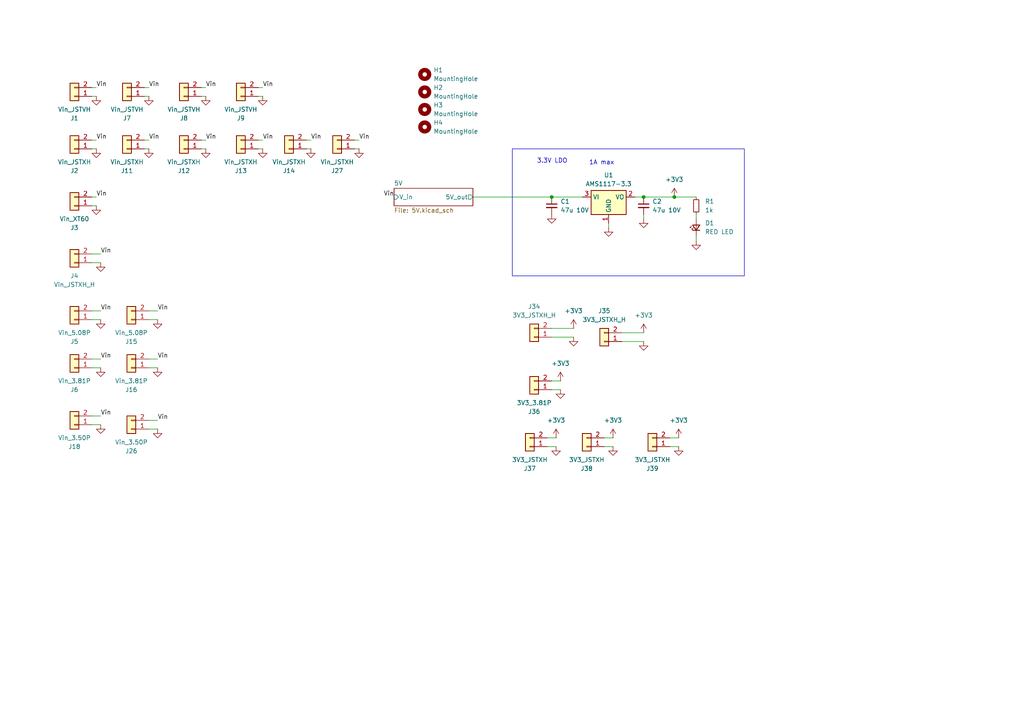
<source format=kicad_sch>
(kicad_sch (version 20231120) (generator "eeschema") (generator_version "8.0")
  (paper "A4")
  (title_block (title "PWRboard1") (date "2025-05-04") (rev "1.0") (company "NTURacing Team") (comment 1 "Jack Kuo"))
  (lib_symbols
    (symbol "Connector_Generic:Conn_01x02" (pin_names (offset 1.016) hide)
      (property "Reference" "J" (at 0 2.54 0))
      (property "Value" "Conn_01x02" (at 0 -5.08 0))
      (symbol "Conn_01x02_1_1"
        (rectangle (start -1.27 -2.413) (end 0 -2.667) (stroke (width 0.1524)))
        (rectangle (start -1.27 0.127) (end 0 -0.127) (stroke (width 0.1524)))
        (rectangle (start -1.27 1.27) (end 1.27 -3.81) (stroke (width 0.254)) (fill (type background)))
        (pin passive line (at -5.08 0 0) (length 3.81) (name "Pin_1") (number "1"))
        (pin passive line (at -5.08 -2.54 0) (length 3.81) (name "Pin_2") (number "2"))
      )
    )
    (symbol "Device:C_Small" (pin_numbers hide) (pin_names (offset 0.254) hide)
      (property "Reference" "C" (at 0.254 1.778 0))
      (property "Value" "C_Small" (at 0.254 -2.032 0))
      (symbol "C_Small_0_1"
        (polyline (pts (xy -1.524 -0.508) (xy 1.524 -0.508)) (stroke (width 0.3302)))
        (polyline (pts (xy -1.524 0.508) (xy 1.524 0.508)) (stroke (width 0.3048)))
      )
      (symbol "C_Small_1_1"
        (pin passive line (at 0 2.54 270) (length 2.032) (name "~") (number "1"))
        (pin passive line (at 0 -2.54 90) (length 2.032) (name "~") (number "2"))
      )
    )
    (symbol "Device:LED_Small" (pin_numbers hide) (pin_names (offset 0.254) hide)
      (property "Reference" "D" (at -1.27 3.175 0))
      (property "Value" "LED_Small" (at -4.445 -2.54 0))
      (symbol "LED_Small_0_1"
        (polyline (pts (xy -0.762 -1.016) (xy -0.762 1.016)) (stroke (width 0.254)))
        (polyline (pts (xy 1.016 0) (xy -0.762 0)))
        (polyline (pts (xy 0.762 -1.016) (xy -0.762 0) (xy 0.762 1.016) (xy 0.762 -1.016)) (stroke (width 0.254)))
        (polyline (pts (xy 0 0.762) (xy -0.508 1.27) (xy -0.254 1.27) (xy -0.508 1.27) (xy -0.508 1.016)))
        (polyline (pts (xy 0.508 1.27) (xy 0 1.778) (xy 0.254 1.778) (xy 0 1.778) (xy 0 1.524)))
      )
      (symbol "LED_Small_1_1"
        (pin passive line (at -2.54 0 0) (length 1.778) (name "K") (number "1"))
        (pin passive line (at 2.54 0 180) (length 1.778) (name "A") (number "2"))
      )
    )
    (symbol "Device:R_Small" (pin_numbers hide) (pin_names (offset 0.254) hide)
      (property "Reference" "R" (at 0.762 0.508 0))
      (property "Value" "R_Small" (at 0.762 -1.016 0))
      (symbol "R_Small_0_1"
        (rectangle (start -0.762 1.778) (end 0.762 -1.778) (stroke (width 0.2032)))
      )
      (symbol "R_Small_1_1"
        (pin passive line (at 0 2.54 270) (length 0.762) (name "~") (number "1"))
        (pin passive line (at 0 -2.54 90) (length 0.762) (name "~") (number "2"))
      )
    )
    (symbol "Mechanical:MountingHole" (pin_names (offset 1.016)) (exclude_from_sim yes) (in_bom no)
      (property "Reference" "H" (at 0 5.08 0))
      (property "Value" "MountingHole" (at 0 3.175 0))
      (symbol "MountingHole_0_1"
        (circle (center 0 0) (radius 1.27) (stroke (width 1.27)))
      )
    )
    (symbol "Regulator_Linear:AMS1117-3.3"
      (property "Reference" "U" (at -3.81 3.175 0))
      (property "Value" "AMS1117-3.3" (at 0 3.175 0))
      (symbol "AMS1117-3.3_0_1"
        (rectangle (start -5.08 -5.08) (end 5.08 1.905) (stroke (width 0.254)) (fill (type background)))
      )
      (symbol "AMS1117-3.3_1_1"
        (pin power_in line (at 0 -7.62 90) (length 2.54) (name "GND") (number "1"))
        (pin power_out line (at 7.62 0 180) (length 2.54) (name "VO") (number "2"))
        (pin power_in line (at -7.62 0 0) (length 2.54) (name "VI") (number "3"))
      )
    )
    (symbol "power:+3V3" (power) (pin_numbers hide) (pin_names (offset 0) hide)
      (property "Value" "+3V3" (at 0 3.556 0))
      (symbol "+3V3_0_1"
        (polyline (pts (xy -0.762 1.27) (xy 0 2.54)))
        (polyline (pts (xy 0 0) (xy 0 2.54)))
        (polyline (pts (xy 0 2.54) (xy 0.762 1.27)))
      )
      (symbol "+3V3_1_1"
        (pin power_in line (at 0 0 90) (length 0) (name "~") (number "1"))
      )
    )
    (symbol "power:GND" (power) (pin_numbers hide) (pin_names (offset 0) hide)
      (property "Value" "GND" (at 0 -3.81 0))
      (symbol "GND_0_1"
        (polyline (pts (xy 0 0) (xy 0 -1.27) (xy 1.27 -1.27) (xy 0 -2.54) (xy -1.27 -1.27) (xy 0 -1.27)))
      )
      (symbol "GND_1_1"
        (pin power_in line (at 0 0 270) (length 0) (name "~") (number "1"))
      )
    )
  )
  (junction (at 160.02 57.15))
  (junction (at 195.58 57.15))
  (junction (at 186.69 57.15))
  (wire (pts (xy 176.53 66.04) (xy 176.53 64.77)))
  (wire (pts (xy 177.8 129.54) (xy 175.26 129.54)))
  (wire (pts (xy 161.29 127) (xy 158.75 127)))
  (wire (pts (xy 196.85 129.54) (xy 194.31 129.54)))
  (wire (pts (xy 195.58 57.15) (xy 201.93 57.15)))
  (wire (pts (xy 184.15 57.15) (xy 186.69 57.15)))
  (wire (pts (xy 74.93 40.64) (xy 76.2 40.64)))
  (wire (pts (xy 162.56 110.49) (xy 160.02 110.49)))
  (wire (pts (xy 88.9 40.64) (xy 90.17 40.64)))
  (wire (pts (xy 45.72 90.17) (xy 43.18 90.17)))
  (wire (pts (xy 160.02 57.15) (xy 168.91 57.15)))
  (wire (pts (xy 29.21 104.14) (xy 26.67 104.14)))
  (wire (pts (xy 102.87 43.18) (xy 104.14 43.18)))
  (wire (pts (xy 29.21 106.68) (xy 26.67 106.68)))
  (wire (pts (xy 186.69 96.52) (xy 180.34 96.52)))
  (wire (pts (xy 88.9 43.18) (xy 90.17 43.18)))
  (wire (pts (xy 196.85 127) (xy 194.31 127)))
  (wire (pts (xy 177.8 127) (xy 175.26 127)))
  (wire (pts (xy 166.37 95.25) (xy 160.02 95.25)))
  (wire (pts (xy 186.69 63.5) (xy 186.69 62.23)))
  (wire (pts (xy 29.21 120.65) (xy 26.67 120.65)))
  (wire (pts (xy 102.87 40.64) (xy 104.14 40.64)))
  (wire (pts (xy 186.69 99.06) (xy 180.34 99.06)))
  (wire (pts (xy 26.67 43.18) (xy 27.94 43.18)))
  (wire (pts (xy 58.42 27.94) (xy 59.69 27.94)))
  (wire (pts (xy 29.21 76.2) (xy 26.67 76.2)))
  (wire (pts (xy 58.42 40.64) (xy 59.69 40.64)))
  (wire (pts (xy 41.91 40.64) (xy 43.18 40.64)))
  (wire (pts (xy 45.72 106.68) (xy 43.18 106.68)))
  (wire (pts (xy 26.67 40.64) (xy 27.94 40.64)))
  (wire (pts (xy 29.21 92.71) (xy 26.67 92.71)))
  (wire (pts (xy 45.72 92.71) (xy 43.18 92.71)))
  (wire (pts (xy 45.72 124.46) (xy 43.18 124.46)))
  (wire (pts (xy 166.37 97.79) (xy 160.02 97.79)))
  (wire (pts (xy 45.72 104.14) (xy 43.18 104.14)))
  (wire (pts (xy 45.72 121.92) (xy 43.18 121.92)))
  (wire (pts (xy 29.21 123.19) (xy 26.67 123.19)))
  (wire (pts (xy 26.67 59.69) (xy 27.94 59.69)))
  (wire (pts (xy 29.21 73.66) (xy 26.67 73.66)))
  (wire (pts (xy 26.67 57.15) (xy 27.94 57.15)))
  (wire (pts (xy 29.21 90.17) (xy 26.67 90.17)))
  (wire (pts (xy 41.91 25.4) (xy 43.18 25.4)))
  (wire (pts (xy 137.16 57.15) (xy 160.02 57.15)))
  (wire (pts (xy 58.42 25.4) (xy 59.69 25.4)))
  (wire (pts (xy 201.93 69.85) (xy 201.93 68.58)))
  (wire (pts (xy 162.56 113.03) (xy 160.02 113.03)))
  (wire (pts (xy 41.91 43.18) (xy 43.18 43.18)))
  (wire (pts (xy 26.67 27.94) (xy 27.94 27.94)))
  (wire (pts (xy 26.67 25.4) (xy 27.94 25.4)))
  (wire (pts (xy 186.69 57.15) (xy 195.58 57.15)))
  (wire (pts (xy 201.93 62.23) (xy 201.93 63.5)))
  (wire (pts (xy 74.93 25.4) (xy 76.2 25.4)))
  (wire (pts (xy 58.42 43.18) (xy 59.69 43.18)))
  (wire (pts (xy 161.29 129.54) (xy 158.75 129.54)))
  (wire (pts (xy 41.91 27.94) (xy 43.18 27.94)))
  (wire (pts (xy 74.93 43.18) (xy 76.2 43.18)))
  (wire (pts (xy 74.93 27.94) (xy 76.2 27.94)))
  (rectangle (start 148.59 43.18) (end 215.9 80.01))
  (text "1A max" (at 174.498 47.244 0) (effects (font (size 1.27 1.27))))
  (text "3.3V LDO" (at 155.702 47.498 0) (effects (font (size 1.27 1.27)) (justify left bottom)))
  (label "Vin" (at 45.72 104.14 0))
  (label "Vin" (at 27.94 40.64 0))
  (label "Vin" (at 29.21 120.65 0))
  (label "Vin" (at 104.14 40.64 0))
  (label "Vin" (at 43.18 25.4 0))
  (label "Vin" (at 45.72 90.17 0))
  (label "Vin" (at 29.21 73.66 0))
  (label "Vin" (at 45.72 121.92 0))
  (label "Vin" (at 59.69 40.64 0))
  (label "Vin" (at 27.94 57.15 0))
  (label "Vin" (at 90.17 40.64 0))
  (label "Vin" (at 76.2 25.4 0))
  (label "Vin" (at 114.3 57.15 180))
  (label "Vin" (at 59.69 25.4 0))
  (label "Vin" (at 29.21 90.17 0))
  (label "Vin" (at 27.94 25.4 0))
  (label "Vin" (at 76.2 40.64 0))
  (label "Vin" (at 29.21 104.14 0))
  (label "Vin" (at 43.18 40.64 0))
  (symbol (lib_id "power:GND") (at 176.53 66.04 0) (unit 1)
    (property "Reference" "#PWR029" (effects (hide yes)))
    (property "Value" "GND" (effects (hide yes)))
    (property "Description" "Power symbol creates a global label with name \"GND\" , ground" (effects (hide yes)))
  )
  (symbol (lib_id "Connector_Generic:Conn_01x02") (at 170.18 129.54 180) (unit 1)
    (property "Reference" "J38" (at 170.18 135.89 0))
    (property "Value" "3V3_JSTXH" (at 170.18 133.35 0))
    (property "Footprint" "Connector_JST:JST_XH_B2B-XH-A_1x02_P2.50mm_Vertical" (effects (hide yes)))
    (property "Description" "Generic connector, single row, 01x02, script generated (kicad-library-utils/schlib/autogen/connector/)" (effects (hide yes)))
  )
  (symbol (lib_id "power:GND") (at 90.17 43.18 0) (unit 1)
    (property "Reference" "#PWR014" (effects (hide yes)))
    (property "Value" "GND" (effects (hide yes)))
    (property "Description" "Power symbol creates a global label with name \"GND\" , ground" (effects (hide yes)))
  )
  (symbol (lib_id "Device:C_Small") (at 160.02 59.69 0) (unit 1)
    (property "Reference" "C1" (at 162.56 58.42 0) (effects (justify left)))
    (property "Value" "47u 10V" (at 162.56 60.96 0) (effects (justify left)))
    (property "Footprint" "Capacitor_SMD:C_1206_3216Metric" (effects (hide yes)))
    (property "Description" "Unpolarized capacitor, small symbol" (effects (hide yes)))
  )
  (symbol (lib_id "Device:R_Small") (at 201.93 59.69 0) (unit 1)
    (property "Reference" "R1" (at 204.47 58.42 0) (effects (justify left)))
    (property "Value" "1k" (at 204.47 60.96 0) (effects (justify left)))
    (property "Footprint" "Resistor_SMD:R_0402_1005Metric" (effects (hide yes)))
    (property "Description" "Resistor, small symbol" (effects (hide yes)))
  )
  (symbol (lib_id "power:GND") (at 27.94 59.69 0) (unit 1)
    (property "Reference" "#PWR03" (effects (hide yes)))
    (property "Value" "GND" (effects (hide yes)))
    (property "Description" "Power symbol creates a global label with name \"GND\" , ground" (effects (hide yes)))
  )
  (symbol (lib_id "Connector_Generic:Conn_01x02") (at 21.59 76.2 180) (unit 1)
    (property "Reference" "J4" (at 21.59 80.01 0))
    (property "Value" "Vin_JSTXH_H" (at 21.59 82.55 0))
    (property "Footprint" "Connector_JST:JST_XH_S2B-XH-A_1x02_P2.50mm_Horizontal" (effects (hide yes)))
    (property "Description" "Generic connector, single row, 01x02, script generated (kicad-library-utils/schlib/autogen/connector/)" (effects (hide yes)))
  )
  (symbol (lib_id "Connector_Generic:Conn_01x02") (at 36.83 43.18 180) (unit 1)
    (property "Reference" "J11" (at 36.83 49.53 0))
    (property "Value" "Vin_JSTXH" (at 36.83 46.99 0))
    (property "Footprint" "Connector_JST:JST_XH_B2B-XH-A_1x02_P2.50mm_Vertical" (effects (hide yes)))
    (property "Description" "Generic connector, single row, 01x02, script generated (kicad-library-utils/schlib/autogen/connector/)" (effects (hide yes)))
  )
  (symbol (lib_id "Mechanical:MountingHole") (at 123.19 21.59 0) (unit 1) (exclude_from_sim yes) (in_bom no)
    (property "Reference" "H1" (at 125.73 20.32 0) (effects (justify left)))
    (property "Value" "MountingHole" (at 125.73 22.86 0) (effects (justify left)))
    (property "Footprint" "MountingHole:MountingHole_3.2mm_M3" (effects (hide yes)))
    (property "Description" "Mounting Hole without connection" (effects (hide yes)))
  )
  (symbol (lib_id "Mechanical:MountingHole") (at 123.19 31.75 0) (unit 1) (exclude_from_sim yes) (in_bom no)
    (property "Reference" "H3" (at 125.73 30.48 0) (effects (justify left)))
    (property "Value" "MountingHole" (at 125.73 33.02 0) (effects (justify left)))
    (property "Footprint" "MountingHole:MountingHole_3.2mm_M3" (effects (hide yes)))
    (property "Description" "Mounting Hole without connection" (effects (hide yes)))
  )
  (symbol (lib_id "Connector_Generic:Conn_01x02") (at 21.59 43.18 180) (unit 1)
    (property "Reference" "J2" (at 21.59 49.53 0))
    (property "Value" "Vin_JSTXH" (at 21.59 46.99 0))
    (property "Footprint" "Connector_JST:JST_XH_B2B-XH-A_1x02_P2.50mm_Vertical" (effects (hide yes)))
    (property "Description" "Generic connector, single row, 01x02, script generated (kicad-library-utils/schlib/autogen/connector/)" (effects (hide yes)))
  )
  (symbol (lib_id "power:+3V3") (at 161.29 127 0) (unit 1)
    (property "Reference" "#PWR039" (effects (hide yes)))
    (property "Value" "+3V3" (at 161.29 121.92 0))
    (property "Description" "Power symbol creates a global label with name \"+3V3\"" (effects (hide yes)))
  )
  (symbol (lib_id "power:GND") (at 27.94 43.18 0) (unit 1)
    (property "Reference" "#PWR02" (effects (hide yes)))
    (property "Value" "GND" (effects (hide yes)))
    (property "Description" "Power symbol creates a global label with name \"GND\" , ground" (effects (hide yes)))
  )
  (symbol (lib_id "power:GND") (at 59.69 43.18 0) (unit 1)
    (property "Reference" "#PWR012" (effects (hide yes)))
    (property "Value" "GND" (effects (hide yes)))
    (property "Description" "Power symbol creates a global label with name \"GND\" , ground" (effects (hide yes)))
  )
  (symbol (lib_id "power:+3V3") (at 177.8 127 0) (unit 1)
    (property "Reference" "#PWR041" (effects (hide yes)))
    (property "Value" "+3V3" (at 177.8 121.92 0))
    (property "Description" "Power symbol creates a global label with name \"+3V3\"" (effects (hide yes)))
  )
  (symbol (lib_id "Connector_Generic:Conn_01x02") (at 175.26 99.06 180) (unit 1)
    (property "Reference" "J35" (at 175.26 90.17 0))
    (property "Value" "3V3_JSTXH_H" (at 175.26 92.71 0))
    (property "Footprint" "Connector_JST:JST_XH_S2B-XH-A_1x02_P2.50mm_Horizontal" (effects (hide yes)))
    (property "Description" "Generic connector, single row, 01x02, script generated (kicad-library-utils/schlib/autogen/connector/)" (effects (hide yes)))
  )
  (symbol (lib_id "power:GND") (at 201.93 69.85 0) (unit 1)
    (property "Reference" "#PWR030" (effects (hide yes)))
    (property "Value" "GND" (effects (hide yes)))
    (property "Description" "Power symbol creates a global label with name \"GND\" , ground" (effects (hide yes)))
  )
  (symbol (lib_id "Connector_Generic:Conn_01x02") (at 83.82 43.18 180) (unit 1)
    (property "Reference" "J14" (at 83.82 49.53 0))
    (property "Value" "Vin_JSTXH" (at 83.82 46.99 0))
    (property "Footprint" "Connector_JST:JST_XH_B2B-XH-A_1x02_P2.50mm_Vertical" (effects (hide yes)))
    (property "Description" "Generic connector, single row, 01x02, script generated (kicad-library-utils/schlib/autogen/connector/)" (effects (hide yes)))
  )
  (symbol (lib_id "power:+3V3") (at 195.58 57.15 0) (unit 1)
    (property "Reference" "#PWR026" (effects (hide yes)))
    (property "Value" "+3V3" (at 195.58 52.07 0))
    (property "Description" "Power symbol creates a global label with name \"+3V3\"" (effects (hide yes)))
  )
  (symbol (lib_id "power:GND") (at 43.18 27.94 0) (unit 1)
    (property "Reference" "#PWR07" (effects (hide yes)))
    (property "Value" "GND" (effects (hide yes)))
    (property "Description" "Power symbol creates a global label with name \"GND\" , ground" (effects (hide yes)))
  )
  (symbol (lib_id "Mechanical:MountingHole") (at 123.19 26.67 0) (unit 1) (exclude_from_sim yes) (in_bom no)
    (property "Reference" "H2" (at 125.73 25.4 0) (effects (justify left)))
    (property "Value" "MountingHole" (at 125.73 27.94 0) (effects (justify left)))
    (property "Footprint" "MountingHole:MountingHole_3.2mm_M3" (effects (hide yes)))
    (property "Description" "Mounting Hole without connection" (effects (hide yes)))
  )
  (symbol (lib_id "Connector_Generic:Conn_01x02") (at 69.85 27.94 180) (unit 1)
    (property "Reference" "J9" (at 69.85 34.29 0))
    (property "Value" "Vin_JSTVH" (at 69.85 31.75 0))
    (property "Footprint" "Connector_JST:JST_VH_B2P-VH_1x02_P3.96mm_Vertical" (effects (hide yes)))
    (property "Description" "Generic connector, single row, 01x02, script generated (kicad-library-utils/schlib/autogen/connector/)" (effects (hide yes)))
  )
  (symbol (lib_id "power:GND") (at 166.37 97.79 0) (unit 1)
    (property "Reference" "#PWR034" (effects (hide yes)))
    (property "Value" "GND" (effects (hide yes)))
    (property "Description" "Power symbol creates a global label with name \"GND\" , ground" (effects (hide yes)))
  )
  (symbol (lib_id "power:GND") (at 45.72 106.68 0) (unit 1)
    (property "Reference" "#PWR016" (effects (hide yes)))
    (property "Value" "GND" (effects (hide yes)))
    (property "Description" "Power symbol creates a global label with name \"GND\" , ground" (effects (hide yes)))
  )
  (symbol (lib_id "Connector_Generic:Conn_01x02") (at 153.67 129.54 180) (unit 1)
    (property "Reference" "J37" (at 153.67 135.89 0))
    (property "Value" "3V3_JSTXH" (at 153.67 133.35 0))
    (property "Footprint" "Connector_JST:JST_XH_B2B-XH-A_1x02_P2.50mm_Vertical" (effects (hide yes)))
    (property "Description" "Generic connector, single row, 01x02, script generated (kicad-library-utils/schlib/autogen/connector/)" (effects (hide yes)))
  )
  (symbol (lib_id "power:GND") (at 29.21 92.71 0) (unit 1)
    (property "Reference" "#PWR05" (effects (hide yes)))
    (property "Value" "GND" (effects (hide yes)))
    (property "Description" "Power symbol creates a global label with name \"GND\" , ground" (effects (hide yes)))
  )
  (symbol (lib_id "Mechanical:MountingHole") (at 123.19 36.83 0) (unit 1) (exclude_from_sim yes) (in_bom no)
    (property "Reference" "H4" (at 125.73 35.56 0) (effects (justify left)))
    (property "Value" "MountingHole" (at 125.73 38.1 0) (effects (justify left)))
    (property "Footprint" "MountingHole:MountingHole_3.2mm_M3" (effects (hide yes)))
    (property "Description" "Mounting Hole without connection" (effects (hide yes)))
  )
  (symbol (lib_id "power:GND") (at 161.29 129.54 0) (unit 1)
    (property "Reference" "#PWR040" (effects (hide yes)))
    (property "Value" "GND" (effects (hide yes)))
    (property "Description" "Power symbol creates a global label with name \"GND\" , ground" (effects (hide yes)))
  )
  (symbol (lib_id "Connector_Generic:Conn_01x02") (at 38.1 92.71 180) (unit 1)
    (property "Reference" "J15" (at 38.1 99.06 0))
    (property "Value" "Vin_5.08P" (at 38.1 96.52 0))
    (property "Footprint" "Connector_Phoenix_MSTB:PhoenixContact_MSTBA_2,5_2-G-5,08_1x02_P5.08mm_Horizontal" (effects (hide yes)))
    (property "Description" "Generic connector, single row, 01x02, script generated (kicad-library-utils/schlib/autogen/connector/)" (effects (hide yes)))
  )
  (symbol (lib_id "power:GND") (at 186.69 99.06 0) (unit 1)
    (property "Reference" "#PWR036" (effects (hide yes)))
    (property "Value" "GND" (effects (hide yes)))
    (property "Description" "Power symbol creates a global label with name \"GND\" , ground" (effects (hide yes)))
  )
  (symbol (lib_id "power:+3V3") (at 162.56 110.49 0) (unit 1)
    (property "Reference" "#PWR038" (effects (hide yes)))
    (property "Value" "+3V3" (at 162.56 105.41 0))
    (property "Description" "Power symbol creates a global label with name \"+3V3\"" (effects (hide yes)))
  )
  (symbol (lib_id "power:GND") (at 27.94 27.94 0) (unit 1)
    (property "Reference" "#PWR01" (effects (hide yes)))
    (property "Value" "GND" (effects (hide yes)))
    (property "Description" "Power symbol creates a global label with name \"GND\" , ground" (effects (hide yes)))
  )
  (symbol (lib_id "power:GND") (at 104.14 43.18 0) (unit 1)
    (property "Reference" "#PWR019" (effects (hide yes)))
    (property "Value" "GND" (effects (hide yes)))
    (property "Description" "Power symbol creates a global label with name \"GND\" , ground" (effects (hide yes)))
  )
  (symbol (lib_id "power:GND") (at 196.85 129.54 0) (unit 1)
    (property "Reference" "#PWR044" (effects (hide yes)))
    (property "Value" "GND" (effects (hide yes)))
    (property "Description" "Power symbol creates a global label with name \"GND\" , ground" (effects (hide yes)))
  )
  (symbol (lib_id "power:+3V3") (at 196.85 127 0) (unit 1)
    (property "Reference" "#PWR043" (effects (hide yes)))
    (property "Value" "+3V3" (at 196.85 121.92 0))
    (property "Description" "Power symbol creates a global label with name \"+3V3\"" (effects (hide yes)))
  )
  (symbol (lib_id "Connector_Generic:Conn_01x02") (at 53.34 27.94 180) (unit 1)
    (property "Reference" "J8" (at 53.34 34.29 0))
    (property "Value" "Vin_JSTVH" (at 53.34 31.75 0))
    (property "Footprint" "Connector_JST:JST_VH_B2P-VH_1x02_P3.96mm_Vertical" (effects (hide yes)))
    (property "Description" "Generic connector, single row, 01x02, script generated (kicad-library-utils/schlib/autogen/connector/)" (effects (hide yes)))
  )
  (symbol (lib_id "power:GND") (at 29.21 76.2 0) (unit 1)
    (property "Reference" "#PWR04" (effects (hide yes)))
    (property "Value" "GND" (effects (hide yes)))
    (property "Description" "Power symbol creates a global label with name \"GND\" , ground" (effects (hide yes)))
  )
  (symbol (lib_id "power:GND") (at 45.72 124.46 0) (unit 1)
    (property "Reference" "#PWR018" (effects (hide yes)))
    (property "Value" "GND" (effects (hide yes)))
    (property "Description" "Power symbol creates a global label with name \"GND\" , ground" (effects (hide yes)))
  )
  (symbol (lib_id "power:GND") (at 43.18 43.18 0) (unit 1)
    (property "Reference" "#PWR011" (effects (hide yes)))
    (property "Value" "GND" (effects (hide yes)))
    (property "Description" "Power symbol creates a global label with name \"GND\" , ground" (effects (hide yes)))
  )
  (symbol (lib_id "power:GND") (at 29.21 123.19 0) (unit 1)
    (property "Reference" "#PWR017" (effects (hide yes)))
    (property "Value" "GND" (effects (hide yes)))
    (property "Description" "Power symbol creates a global label with name \"GND\" , ground" (effects (hide yes)))
  )
  (symbol (lib_id "Connector_Generic:Conn_01x02") (at 154.94 113.03 180) (unit 1)
    (property "Reference" "J36" (at 154.94 119.38 0))
    (property "Value" "3V3_3.81P" (at 154.94 116.84 0))
    (property "Footprint" "Connector_Phoenix_MC:PhoenixContact_MC_1,5_2-G-3.81_1x02_P3.81mm_Horizontal" (effects (hide yes)))
    (property "Description" "Generic connector, single row, 01x02, script generated (kicad-library-utils/schlib/autogen/connector/)" (effects (hide yes)))
  )
  (symbol (lib_id "Connector_Generic:Conn_01x02") (at 53.34 43.18 180) (unit 1)
    (property "Reference" "J12" (at 53.34 49.53 0))
    (property "Value" "Vin_JSTXH" (at 53.34 46.99 0))
    (property "Footprint" "Connector_JST:JST_XH_B2B-XH-A_1x02_P2.50mm_Vertical" (effects (hide yes)))
    (property "Description" "Generic connector, single row, 01x02, script generated (kicad-library-utils/schlib/autogen/connector/)" (effects (hide yes)))
  )
  (symbol (lib_id "Connector_Generic:Conn_01x02") (at 21.59 123.19 180) (unit 1)
    (property "Reference" "J18" (at 21.59 129.54 0))
    (property "Value" "Vin_3.50P" (at 21.59 127 0))
    (property "Footprint" "Connector_Phoenix_MC:PhoenixContact_MC_1,5_2-G-3.5_1x02_P3.50mm_Horizontal" (effects (hide yes)))
    (property "Description" "Generic connector, single row, 01x02, script generated (kicad-library-utils/schlib/autogen/connector/)" (effects (hide yes)))
  )
  (symbol (lib_id "Connector_Generic:Conn_01x02") (at 189.23 129.54 180) (unit 1)
    (property "Reference" "J39" (at 189.23 135.89 0))
    (property "Value" "3V3_JSTXH" (at 189.23 133.35 0))
    (property "Footprint" "Connector_JST:JST_XH_B2B-XH-A_1x02_P2.50mm_Vertical" (effects (hide yes)))
    (property "Description" "Generic connector, single row, 01x02, script generated (kicad-library-utils/schlib/autogen/connector/)" (effects (hide yes)))
  )
  (symbol (lib_id "Connector_Generic:Conn_01x02") (at 36.83 27.94 180) (unit 1)
    (property "Reference" "J7" (at 36.83 34.29 0))
    (property "Value" "Vin_JSTVH" (at 36.83 31.75 0))
    (property "Footprint" "Connector_JST:JST_VH_B2P-VH_1x02_P3.96mm_Vertical" (effects (hide yes)))
    (property "Description" "Generic connector, single row, 01x02, script generated (kicad-library-utils/schlib/autogen/connector/)" (effects (hide yes)))
  )
  (symbol (lib_id "Connector_Generic:Conn_01x02") (at 21.59 59.69 180) (unit 1)
    (property "Reference" "J3" (at 21.59 66.04 0))
    (property "Value" "Vin_XT60" (at 21.59 63.5 0))
    (property "Footprint" "Connector_AMASS:AMASS_XT60PW-M_1x02_P7.20mm_Horizontal" (effects (hide yes)))
    (property "Description" "Generic connector, single row, 01x02, script generated (kicad-library-utils/schlib/autogen/connector/)" (effects (hide yes)))
  )
  (symbol (lib_id "Connector_Generic:Conn_01x02") (at 21.59 92.71 180) (unit 1)
    (property "Reference" "J5" (at 21.59 99.06 0))
    (property "Value" "Vin_5.08P" (at 21.59 96.52 0))
    (property "Footprint" "Connector_Phoenix_MSTB:PhoenixContact_MSTBA_2,5_2-G-5,08_1x02_P5.08mm_Horizontal" (effects (hide yes)))
    (property "Description" "Generic connector, single row, 01x02, script generated (kicad-library-utils/schlib/autogen/connector/)" (effects (hide yes)))
  )
  (symbol (lib_id "Device:C_Small") (at 186.69 59.69 0) (unit 1)
    (property "Reference" "C2" (at 189.23 58.42 0) (effects (justify left)))
    (property "Value" "47u 10V" (at 189.23 60.96 0) (effects (justify left)))
    (property "Footprint" "Capacitor_SMD:C_1206_3216Metric" (effects (hide yes)))
    (property "Description" "Unpolarized capacitor, small symbol" (effects (hide yes)))
  )
  (symbol (lib_id "power:GND") (at 177.8 129.54 0) (unit 1)
    (property "Reference" "#PWR042" (effects (hide yes)))
    (property "Value" "GND" (effects (hide yes)))
    (property "Description" "Power symbol creates a global label with name \"GND\" , ground" (effects (hide yes)))
  )
  (symbol (lib_id "Connector_Generic:Conn_01x02") (at 97.79 43.18 180) (unit 1)
    (property "Reference" "J27" (at 97.79 49.53 0))
    (property "Value" "Vin_JSTXH" (at 97.79 46.99 0))
    (property "Footprint" "Connector_JST:JST_XH_B2B-XH-A_1x02_P2.50mm_Vertical" (effects (hide yes)))
    (property "Description" "Generic connector, single row, 01x02, script generated (kicad-library-utils/schlib/autogen/connector/)" (effects (hide yes)))
  )
  (symbol (lib_id "Device:LED_Small") (at 201.93 66.04 90) (unit 1)
    (property "Reference" "D1" (at 204.47 64.7065 90) (effects (justify right)))
    (property "Value" "RED LED" (at 204.47 67.2465 90) (effects (justify right)))
    (property "Footprint" "LED_SMD:LED_0603_1608Metric" (effects (hide yes)))
    (property "Description" "Light emitting diode, small symbol" (effects (hide yes)))
  )
  (symbol (lib_id "Connector_Generic:Conn_01x02") (at 21.59 27.94 180) (unit 1)
    (property "Reference" "J1" (at 21.59 34.29 0))
    (property "Value" "Vin_JSTVH" (at 21.59 31.75 0))
    (property "Footprint" "Connector_JST:JST_VH_B2P-VH_1x02_P3.96mm_Vertical" (effects (hide yes)))
    (property "Description" "Generic connector, single row, 01x02, script generated (kicad-library-utils/schlib/autogen/connector/)" (effects (hide yes)))
  )
  (symbol (lib_id "Regulator_Linear:AMS1117-3.3") (at 176.53 57.15 0) (unit 1)
    (property "Reference" "U1" (at 176.53 50.8 0))
    (property "Value" "AMS1117-3.3" (at 176.53 53.34 0))
    (property "Footprint" "Package_TO_SOT_SMD:SOT-223-3_TabPin2" (effects (hide yes)))
    (property "Datasheet" "http://www.advanced-monolithic.com/pdf/ds1117.pdf" (effects (hide yes)))
    (property "Description" "1A Low Dropout regulator, positive, 3.3V fixed output, SOT-223" (effects (hide yes)))
  )
  (symbol (lib_id "power:GND") (at 76.2 43.18 0) (unit 1)
    (property "Reference" "#PWR013" (effects (hide yes)))
    (property "Value" "GND" (effects (hide yes)))
    (property "Description" "Power symbol creates a global label with name \"GND\" , ground" (effects (hide yes)))
  )
  (symbol (lib_id "power:GND") (at 76.2 27.94 0) (unit 1)
    (property "Reference" "#PWR09" (effects (hide yes)))
    (property "Value" "GND" (effects (hide yes)))
    (property "Description" "Power symbol creates a global label with name \"GND\" , ground" (effects (hide yes)))
  )
  (symbol (lib_id "power:GND") (at 162.56 113.03 0) (unit 1)
    (property "Reference" "#PWR037" (effects (hide yes)))
    (property "Value" "GND" (effects (hide yes)))
    (property "Description" "Power symbol creates a global label with name \"GND\" , ground" (effects (hide yes)))
  )
  (symbol (lib_id "power:+3V3") (at 186.69 96.52 0) (unit 1)
    (property "Reference" "#PWR035" (effects (hide yes)))
    (property "Value" "+3V3" (at 186.69 91.44 0))
    (property "Description" "Power symbol creates a global label with name \"+3V3\"" (effects (hide yes)))
  )
  (symbol (lib_id "Connector_Generic:Conn_01x02") (at 38.1 124.46 180) (unit 1)
    (property "Reference" "J26" (at 38.1 130.81 0))
    (property "Value" "Vin_3.50P" (at 38.1 128.27 0))
    (property "Footprint" "Connector_Phoenix_MC:PhoenixContact_MC_1,5_2-G-3.5_1x02_P3.50mm_Horizontal" (effects (hide yes)))
    (property "Description" "Generic connector, single row, 01x02, script generated (kicad-library-utils/schlib/autogen/connector/)" (effects (hide yes)))
  )
  (symbol (lib_id "power:GND") (at 59.69 27.94 0) (unit 1)
    (property "Reference" "#PWR08" (effects (hide yes)))
    (property "Value" "GND" (effects (hide yes)))
    (property "Description" "Power symbol creates a global label with name \"GND\" , ground" (effects (hide yes)))
  )
  (symbol (lib_id "power:+3V3") (at 166.37 95.25 0) (unit 1)
    (property "Reference" "#PWR033" (effects (hide yes)))
    (property "Value" "+3V3" (at 166.37 90.17 0))
    (property "Description" "Power symbol creates a global label with name \"+3V3\"" (effects (hide yes)))
  )
  (symbol (lib_id "power:GND") (at 160.02 62.23 0) (unit 1)
    (property "Reference" "#PWR027" (effects (hide yes)))
    (property "Value" "GND" (effects (hide yes)))
    (property "Description" "Power symbol creates a global label with name \"GND\" , ground" (effects (hide yes)))
  )
  (symbol (lib_id "power:GND") (at 45.72 92.71 0) (unit 1)
    (property "Reference" "#PWR015" (effects (hide yes)))
    (property "Value" "GND" (effects (hide yes)))
    (property "Description" "Power symbol creates a global label with name \"GND\" , ground" (effects (hide yes)))
  )
  (symbol (lib_id "power:GND") (at 29.21 106.68 0) (unit 1)
    (property "Reference" "#PWR06" (effects (hide yes)))
    (property "Value" "GND" (effects (hide yes)))
    (property "Description" "Power symbol creates a global label with name \"GND\" , ground" (effects (hide yes)))
  )
  (symbol (lib_id "power:GND") (at 186.69 63.5 0) (unit 1)
    (property "Reference" "#PWR028" (effects (hide yes)))
    (property "Value" "GND" (effects (hide yes)))
    (property "Description" "Power symbol creates a global label with name \"GND\" , ground" (effects (hide yes)))
  )
  (symbol (lib_id "Connector_Generic:Conn_01x02") (at 69.85 43.18 180) (unit 1)
    (property "Reference" "J13" (at 69.85 49.53 0))
    (property "Value" "Vin_JSTXH" (at 69.85 46.99 0))
    (property "Footprint" "Connector_JST:JST_XH_B2B-XH-A_1x02_P2.50mm_Vertical" (effects (hide yes)))
    (property "Description" "Generic connector, single row, 01x02, script generated (kicad-library-utils/schlib/autogen/connector/)" (effects (hide yes)))
  )
  (symbol (lib_id "Connector_Generic:Conn_01x02") (at 21.59 106.68 180) (unit 1)
    (property "Reference" "J6" (at 21.59 113.03 0))
    (property "Value" "Vin_3.81P" (at 21.59 110.49 0))
    (property "Footprint" "Connector_Phoenix_MC:PhoenixContact_MC_1,5_2-G-3.81_1x02_P3.81mm_Horizontal" (effects (hide yes)))
    (property "Description" "Generic connector, single row, 01x02, script generated (kicad-library-utils/schlib/autogen/connector/)" (effects (hide yes)))
  )
  (symbol (lib_id "Connector_Generic:Conn_01x02") (at 38.1 106.68 180) (unit 1)
    (property "Reference" "J16" (at 38.1 113.03 0))
    (property "Value" "Vin_3.81P" (at 38.1 110.49 0))
    (property "Footprint" "Connector_Phoenix_MC:PhoenixContact_MC_1,5_2-G-3.81_1x02_P3.81mm_Horizontal" (effects (hide yes)))
    (property "Description" "Generic connector, single row, 01x02, script generated (kicad-library-utils/schlib/autogen/connector/)" (effects (hide yes)))
  )
  (symbol (lib_id "Connector_Generic:Conn_01x02") (at 154.94 97.79 180) (unit 1)
    (property "Reference" "J34" (at 154.94 88.9 0))
    (property "Value" "3V3_JSTXH_H" (at 154.94 91.44 0))
    (property "Footprint" "Connector_JST:JST_XH_S2B-XH-A_1x02_P2.50mm_Horizontal" (effects (hide yes)))
    (property "Description" "Generic connector, single row, 01x02, script generated (kicad-library-utils/schlib/autogen/connector/)" (effects (hide yes)))
  )
  (sheet (at 114.3 54.61) (size 22.86 5.08) (stroke (width 0.1524))
    (property "Sheetname" "5V" (at 114.3 53.8984 0) (effects (justify left bottom)))
    (property "Sheetfile" "5V.kicad_sch" (at 114.3 60.2746 0) (effects (justify left top)))
    (pin "5V_out" output (at 137.16 57.15 0))
    (pin "V_in" input (at 114.3 57.15 180))
  )
)
</source>
